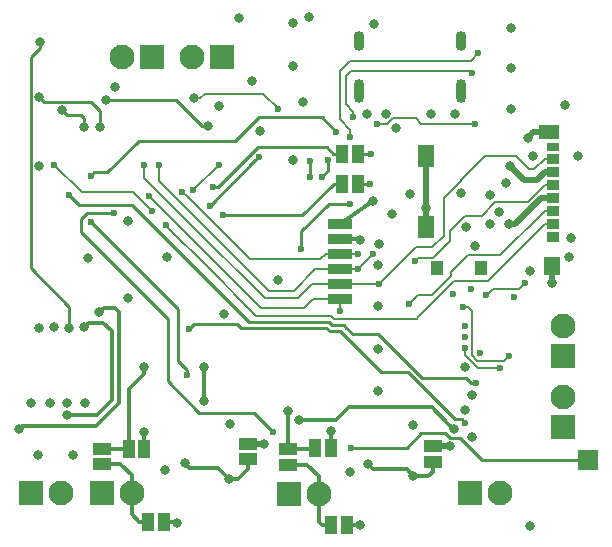
<source format=gbr>
G04 #@! TF.GenerationSoftware,KiCad,Pcbnew,(5.1.5)-2*
G04 #@! TF.CreationDate,2021-05-19T15:06:28+02:00*
G04 #@! TF.ProjectId,Versie2,56657273-6965-4322-9e6b-696361645f70,rev?*
G04 #@! TF.SameCoordinates,Original*
G04 #@! TF.FileFunction,Copper,L4,Bot*
G04 #@! TF.FilePolarity,Positive*
%FSLAX46Y46*%
G04 Gerber Fmt 4.6, Leading zero omitted, Abs format (unit mm)*
G04 Created by KiCad (PCBNEW (5.1.5)-2) date 2021-05-19 15:06:28*
%MOMM*%
%LPD*%
G04 APERTURE LIST*
%ADD10R,2.100000X2.100000*%
%ADD11C,2.100000*%
%ADD12R,1.350000X1.900000*%
%ADD13R,1.000000X1.200000*%
%ADD14R,1.350000X1.550000*%
%ADD15R,1.800000X1.170000*%
%ADD16R,1.100000X0.850000*%
%ADD17R,1.100000X0.750000*%
%ADD18O,0.900000X1.700000*%
%ADD19O,0.900000X2.000000*%
%ADD20R,1.000000X1.500000*%
%ADD21R,2.000000X0.900000*%
%ADD22R,1.700000X1.700000*%
%ADD23R,1.500000X1.000000*%
%ADD24C,0.800000*%
%ADD25C,0.600000*%
%ADD26C,0.300000*%
%ADD27C,0.500000*%
%ADD28C,0.250000*%
%ADD29C,0.200000*%
G04 APERTURE END LIST*
D10*
X83058000Y-53594000D03*
D11*
X80518000Y-53594000D03*
D12*
X100289000Y-61979800D03*
X100289000Y-67949800D03*
D13*
X104964000Y-71449800D03*
X101264000Y-71449800D03*
D14*
X110989000Y-71274800D03*
D15*
X110764000Y-59954800D03*
D16*
X111114000Y-62214800D03*
X111114000Y-63314800D03*
X111114000Y-64414800D03*
X111114000Y-65514800D03*
X111114000Y-66614800D03*
X111114000Y-67714800D03*
D17*
X111114000Y-61164800D03*
D16*
X111114000Y-68814800D03*
D18*
X94613000Y-52243000D03*
X103253000Y-52243000D03*
D19*
X94613000Y-56413000D03*
X103253000Y-56413000D03*
D11*
X74549000Y-53594000D03*
D10*
X77089000Y-53594000D03*
D11*
X75388700Y-90489100D03*
D10*
X72848700Y-90489100D03*
D11*
X69432400Y-90489100D03*
D10*
X66892400Y-90489100D03*
D11*
X111900000Y-82360000D03*
D10*
X111900000Y-84900000D03*
X88711000Y-90539900D03*
D11*
X91251000Y-90539900D03*
X111900000Y-76360000D03*
D10*
X111900000Y-78900000D03*
D20*
X93241100Y-64325500D03*
X94541100Y-64325500D03*
X93238800Y-61747400D03*
X94538800Y-61747400D03*
D21*
X93027500Y-70256400D03*
X93027500Y-71526400D03*
X93027500Y-72796400D03*
X93027500Y-74066400D03*
X93027500Y-68986400D03*
X93027500Y-67716400D03*
D22*
X113995200Y-87731600D03*
D10*
X104014500Y-90476400D03*
D11*
X106554500Y-90476400D03*
D23*
X100941100Y-86539400D03*
X100941100Y-87839400D03*
D20*
X92256600Y-86679100D03*
X90956600Y-86679100D03*
X92313200Y-93206900D03*
X93613200Y-93206900D03*
D23*
X85231200Y-87644300D03*
X85231200Y-86344300D03*
D20*
X76457800Y-86755300D03*
X75157800Y-86755300D03*
X78108800Y-92927500D03*
X76808800Y-92927500D03*
D23*
X88609400Y-86780700D03*
X88609400Y-88080700D03*
X72861400Y-86750700D03*
X72861400Y-88050700D03*
D24*
X84455000Y-50292000D03*
X90424000Y-50228500D03*
X95313500Y-58420000D03*
X102743000Y-58420000D03*
X67437000Y-87312500D03*
X70421500Y-87312500D03*
X66865500Y-82867500D03*
X71437500Y-82867500D03*
X67564000Y-76517500D03*
X78232000Y-88519000D03*
X93916500Y-88709500D03*
X109093000Y-93281500D03*
X99250500Y-84772500D03*
X83693000Y-84645500D03*
X104203500Y-85788500D03*
X104203500Y-82232500D03*
X105727500Y-67754500D03*
X104457500Y-69596000D03*
X109093000Y-71691500D03*
X98933000Y-65151000D03*
X89916000Y-57404000D03*
X89027000Y-62293500D03*
X87820500Y-72453500D03*
X83248500Y-75374500D03*
X107505500Y-51117500D03*
X107505500Y-54546500D03*
X107505500Y-57975500D03*
X113220500Y-61976000D03*
X106489500Y-66722503D03*
X96329500Y-69405500D03*
X97790000Y-59563000D03*
X67564000Y-62801500D03*
X75057000Y-67437000D03*
X78422500Y-70548500D03*
X75057000Y-73977500D03*
X71691500Y-70612000D03*
D25*
X103632000Y-77312624D03*
D24*
X108915200Y-60401200D03*
X100279200Y-66344800D03*
X110998000Y-72694800D03*
X73964800Y-56134000D03*
X107391200Y-62788800D03*
X95808800Y-65735200D03*
X89027000Y-54356000D03*
D25*
X104902000Y-78613000D03*
D24*
X68453000Y-82867500D03*
X69913500Y-82867500D03*
X68834000Y-76454000D03*
X96266000Y-74676000D03*
X96266000Y-71183500D03*
X96266000Y-78295500D03*
X96266000Y-81851500D03*
X86614000Y-86360000D03*
X102362000Y-86550500D03*
X107315000Y-67691000D03*
X112458500Y-70485000D03*
X112585500Y-68897500D03*
X97434400Y-66852800D03*
X94691200Y-69037200D03*
X67614800Y-52273200D03*
X70104000Y-76504800D03*
X103251000Y-65087500D03*
X86296500Y-59817000D03*
X109410500Y-61976000D03*
X112064800Y-57607200D03*
X107124500Y-64262000D03*
X105727500Y-65278000D03*
X82804000Y-57721500D03*
D25*
X83108800Y-66954400D03*
X92049600Y-62331600D03*
X91490800Y-63703200D03*
X80060800Y-80467200D03*
X71932800Y-67513200D03*
X71932800Y-63652400D03*
X92710000Y-59893200D03*
D24*
X67564000Y-56946800D03*
X72694800Y-59486800D03*
X73253600Y-57200800D03*
X81900000Y-59400000D03*
D25*
X94132400Y-58623200D03*
X104241600Y-54965600D03*
D24*
X80645000Y-57086500D03*
D25*
X87820500Y-57975500D03*
X96164400Y-59283600D03*
X104495600Y-59232800D03*
X104749600Y-53238400D03*
X93878400Y-60350400D03*
X86156800Y-62026800D03*
X81991200Y-66192400D03*
X90474800Y-63703200D03*
X90474800Y-62382400D03*
X82245200Y-64617600D03*
D24*
X95900000Y-50800000D03*
X96901000Y-58420000D03*
X100711000Y-58420000D03*
D25*
X89763600Y-69799200D03*
X93878400Y-65989200D03*
X95605600Y-64363600D03*
X95656400Y-61772800D03*
D24*
X103700000Y-68000000D03*
X103632000Y-79819500D03*
X103632000Y-83439000D03*
D25*
X103632000Y-76327000D03*
X102565200Y-73660000D03*
X107755538Y-73891686D03*
X104089200Y-73253600D03*
X108661200Y-72745600D03*
X105407349Y-73758264D03*
X82804000Y-62687200D03*
X78333600Y-67818000D03*
X80619600Y-64871600D03*
X94538800Y-70256400D03*
X98907600Y-74472800D03*
X68834000Y-62687200D03*
X79654400Y-64973200D03*
X77114400Y-66598800D03*
X94538800Y-71526400D03*
X99364800Y-70815200D03*
X95859600Y-70256400D03*
X77724000Y-62687200D03*
X96367600Y-72796400D03*
X76454000Y-62687200D03*
D24*
X69494400Y-58071799D03*
X71374000Y-59486800D03*
X71374000Y-76454000D03*
X69900800Y-83921600D03*
X72644000Y-75184000D03*
X65887600Y-85039200D03*
D25*
X103632000Y-84531200D03*
X80264000Y-76606400D03*
X106578400Y-79908400D03*
X103632000Y-78232000D03*
X103479600Y-74726800D03*
X107340400Y-78892400D03*
X93014800Y-75082400D03*
X76860400Y-65328800D03*
X104546400Y-81178400D03*
X70104000Y-65227200D03*
D24*
X81534000Y-79857600D03*
X81534000Y-82702400D03*
X88595200Y-83515200D03*
X76454000Y-79806800D03*
D25*
X87325200Y-85293200D03*
X93929200Y-86664800D03*
X73914000Y-66751200D03*
D24*
X92252800Y-85242400D03*
X94691200Y-93218000D03*
X76454000Y-85344000D03*
X79197200Y-93014800D03*
X102666800Y-85090000D03*
X89560400Y-84277200D03*
X95440500Y-88074500D03*
X99250500Y-89090500D03*
X79883000Y-87947500D03*
X83629500Y-89281000D03*
X89100000Y-50700000D03*
X85598000Y-55626000D03*
D26*
X100289000Y-67949800D02*
X100350200Y-67949800D01*
D27*
X110989000Y-71274800D02*
X110989000Y-71002000D01*
X110764000Y-59954800D02*
X109361600Y-59954800D01*
X109361600Y-59954800D02*
X108915200Y-60401200D01*
X100289000Y-67949800D02*
X100289000Y-66354600D01*
X100289000Y-66354600D02*
X100279200Y-66344800D01*
X100289000Y-66335000D02*
X100279200Y-66344800D01*
X100289000Y-61979800D02*
X100289000Y-66335000D01*
X110989000Y-71274800D02*
X110989000Y-72685800D01*
X110989000Y-72685800D02*
X110998000Y-72694800D01*
X110428998Y-63314800D02*
X109735798Y-64008000D01*
X111114000Y-63314800D02*
X110428998Y-63314800D01*
X109735798Y-64008000D02*
X108610400Y-64008000D01*
X108610400Y-64008000D02*
X107391200Y-62788800D01*
D26*
X93027500Y-67703700D02*
X93027500Y-67716400D01*
X95808800Y-65735200D02*
X93027500Y-67703700D01*
D27*
X85231200Y-86344300D02*
X86598300Y-86344300D01*
X86598300Y-86344300D02*
X86614000Y-86360000D01*
X100941100Y-86539400D02*
X102350900Y-86539400D01*
X102350900Y-86539400D02*
X102362000Y-86550500D01*
D26*
X93027500Y-68986400D02*
X94640400Y-68986400D01*
X94640400Y-68986400D02*
X94691200Y-69037200D01*
D27*
X107880685Y-67691000D02*
X107315000Y-67691000D01*
X107887800Y-67691000D02*
X107880685Y-67691000D01*
X110064000Y-65514800D02*
X107887800Y-67691000D01*
X111114000Y-65514800D02*
X110064000Y-65514800D01*
D28*
X66838999Y-53614686D02*
X66838999Y-71461799D01*
X67614800Y-52273200D02*
X67614800Y-52838885D01*
X67614800Y-52838885D02*
X66838999Y-53614686D01*
X66838999Y-71461799D02*
X70104000Y-74726800D01*
X70104000Y-74726800D02*
X70104000Y-76504800D01*
X92491100Y-64325500D02*
X89862200Y-66954400D01*
X93241100Y-64325500D02*
X92491100Y-64325500D01*
X89862200Y-66954400D02*
X83108800Y-66954400D01*
X92049600Y-62331600D02*
X92049600Y-63144400D01*
X92049600Y-63144400D02*
X91490800Y-63703200D01*
X80060800Y-80042936D02*
X79349600Y-79331736D01*
X80060800Y-80467200D02*
X80060800Y-80042936D01*
X79349600Y-79331736D02*
X79349600Y-75285600D01*
X79349600Y-75285600D02*
X79349600Y-74930000D01*
X79349600Y-74930000D02*
X71932800Y-67513200D01*
X73350399Y-63352401D02*
X72232799Y-63352401D01*
X72232799Y-63352401D02*
X71932800Y-63652400D01*
X76047600Y-60655200D02*
X73350399Y-63352401D01*
X86156800Y-58623200D02*
X84124800Y-60655200D01*
X84124800Y-60655200D02*
X76047600Y-60655200D01*
X92710000Y-59893200D02*
X91541600Y-58623200D01*
X91541600Y-58623200D02*
X86156800Y-58623200D01*
X67963999Y-57346799D02*
X71926399Y-57346799D01*
X67564000Y-56946800D02*
X67963999Y-57346799D01*
X71926399Y-57346799D02*
X72694800Y-58115200D01*
X72694800Y-58115200D02*
X72694800Y-59486800D01*
X73253600Y-57200800D02*
X73819285Y-57200800D01*
X79135115Y-57200800D02*
X73819285Y-57200800D01*
X81334315Y-59400000D02*
X79135115Y-57200800D01*
X81900000Y-59400000D02*
X81334315Y-59400000D01*
D29*
X94132400Y-58198936D02*
X93522800Y-57589336D01*
X94132400Y-58623200D02*
X94132400Y-58198936D01*
X93522800Y-57589336D02*
X93522800Y-55168800D01*
X93522800Y-55168800D02*
X93929200Y-54762400D01*
X93929200Y-54762400D02*
X104038400Y-54762400D01*
X104038400Y-54762400D02*
X104241600Y-54965600D01*
X80645000Y-57086500D02*
X81210685Y-57086500D01*
X81593186Y-56703999D02*
X86548999Y-56703999D01*
X81210685Y-57086500D02*
X81593186Y-56703999D01*
X86548999Y-56703999D02*
X87757000Y-57912000D01*
X87757000Y-57912000D02*
X87820500Y-57975500D01*
X99466400Y-58775600D02*
X99923600Y-59232800D01*
X99923600Y-59232800D02*
X104495600Y-59232800D01*
X97541398Y-58775600D02*
X99466400Y-58775600D01*
X96164400Y-59283600D02*
X97033398Y-59283600D01*
X97033398Y-59283600D02*
X97541398Y-58775600D01*
X93878400Y-53898800D02*
X104089200Y-53898800D01*
X93014800Y-54762400D02*
X93878400Y-53898800D01*
X93878400Y-60350400D02*
X93878400Y-59722936D01*
X104089200Y-53898800D02*
X104749600Y-53238400D01*
X93014800Y-58859336D02*
X93014800Y-54762400D01*
X93878400Y-59722936D02*
X93014800Y-58859336D01*
D28*
X86156800Y-62026800D02*
X85856801Y-62326799D01*
X85856801Y-62326799D02*
X81991200Y-66192400D01*
X90474800Y-63703200D02*
X90474800Y-62382400D01*
X82669464Y-64617600D02*
X86073064Y-61214000D01*
X82245200Y-64617600D02*
X82669464Y-64617600D01*
X91955400Y-61214000D02*
X92488800Y-61747400D01*
X92488800Y-61747400D02*
X93238800Y-61747400D01*
X86073064Y-61214000D02*
X91955400Y-61214000D01*
X89763600Y-69799200D02*
X89763600Y-68326000D01*
X89763600Y-68326000D02*
X92100400Y-65989200D01*
X92100400Y-65989200D02*
X93878400Y-65989200D01*
X94579200Y-64363600D02*
X94541100Y-64325500D01*
X95605600Y-64363600D02*
X94579200Y-64363600D01*
X94564200Y-61772800D02*
X94538800Y-61747400D01*
X95656400Y-61772800D02*
X94564200Y-61772800D01*
D29*
X105713335Y-73458265D02*
X105968800Y-73202800D01*
X108204000Y-73202800D02*
X108661200Y-72745600D01*
X105968800Y-73202800D02*
X108204000Y-73202800D01*
X105407349Y-73758264D02*
X105707348Y-73458265D01*
X105707348Y-73458265D02*
X105713335Y-73458265D01*
X110364000Y-67714800D02*
X106172000Y-71906800D01*
X111114000Y-67714800D02*
X110364000Y-67714800D01*
X106172000Y-71906800D02*
X105536400Y-72542400D01*
X105536400Y-72542400D02*
X102717600Y-72542400D01*
X102717600Y-72542400D02*
X99669600Y-75590400D01*
X99669600Y-75590400D02*
X99517200Y-75742800D01*
X99517200Y-75742800D02*
X92557600Y-75742800D01*
X92557600Y-75742800D02*
X92303600Y-75488800D01*
X92303600Y-75488800D02*
X85953600Y-75488800D01*
X85953600Y-75488800D02*
X81330800Y-70866000D01*
X81330800Y-70866000D02*
X78994000Y-68529200D01*
X78994000Y-68529200D02*
X78333600Y-67868800D01*
X78333600Y-67868800D02*
X78333600Y-67818000D01*
X82804000Y-62687200D02*
X80619600Y-64871600D01*
X93027500Y-70256400D02*
X94538800Y-70256400D01*
X110364000Y-66614800D02*
X106620800Y-70358000D01*
X111114000Y-66614800D02*
X110364000Y-66614800D01*
X106620800Y-70358000D02*
X103886000Y-70358000D01*
X103886000Y-70358000D02*
X102463600Y-71780400D01*
X102463600Y-71780400D02*
X102463600Y-72085200D01*
X102463600Y-72085200D02*
X100838000Y-73710800D01*
X100838000Y-73710800D02*
X99669600Y-73710800D01*
X99669600Y-73710800D02*
X98907600Y-74472800D01*
X91827500Y-70256400D02*
X91370300Y-70713600D01*
X93027500Y-70256400D02*
X91827500Y-70256400D01*
X91370300Y-70713600D02*
X85394800Y-70713600D01*
X85394800Y-70713600D02*
X82245200Y-67564000D01*
X75539600Y-65024000D02*
X71170800Y-65024000D01*
X71170800Y-65024000D02*
X68834000Y-62687200D01*
X82245200Y-67564000D02*
X80060800Y-65379600D01*
X80060800Y-65379600D02*
X79654400Y-64973200D01*
X76860400Y-66344800D02*
X75539600Y-65024000D01*
X76860400Y-66344800D02*
X77114400Y-66598800D01*
X94538800Y-71526400D02*
X93027500Y-71526400D01*
X110364000Y-64414800D02*
X108942000Y-65836800D01*
X111114000Y-64414800D02*
X110364000Y-64414800D01*
X106204702Y-65836800D02*
X105036302Y-67005200D01*
X108942000Y-65836800D02*
X106204702Y-65836800D01*
X103658798Y-67005200D02*
X102362000Y-68301998D01*
X105036302Y-67005200D02*
X103658798Y-67005200D01*
X102362000Y-68301998D02*
X102362000Y-69138800D01*
X99630201Y-70549799D02*
X99364800Y-70815200D01*
X102362000Y-69138800D02*
X100951001Y-70549799D01*
X100951001Y-70549799D02*
X99630201Y-70549799D01*
X95808800Y-70256400D02*
X94538800Y-71526400D01*
X95859600Y-70256400D02*
X95808800Y-70256400D01*
X93027500Y-71526400D02*
X91827500Y-71526400D01*
X91827500Y-71526400D02*
X90932000Y-71526400D01*
X90932000Y-71526400D02*
X89103200Y-73355200D01*
X89103200Y-73355200D02*
X87122000Y-73355200D01*
X87122000Y-73355200D02*
X87020400Y-73355200D01*
X87020400Y-73355200D02*
X77724000Y-64058800D01*
X77724000Y-64058800D02*
X77724000Y-62687200D01*
X93027500Y-72796400D02*
X96367600Y-72796400D01*
X100838000Y-69697600D02*
X99466400Y-69697600D01*
X101803200Y-68732400D02*
X100838000Y-69697600D01*
X99466400Y-69697600D02*
X96367600Y-72796400D01*
X111114000Y-62214800D02*
X110364000Y-62214800D01*
X110364000Y-62214800D02*
X109485200Y-63093600D01*
X104208898Y-63093600D02*
X101803200Y-65499298D01*
X109485200Y-63093600D02*
X109016800Y-63093600D01*
X109016800Y-63093600D02*
X107899200Y-61976000D01*
X101821298Y-65481200D02*
X101803200Y-65481200D01*
X105326498Y-61976000D02*
X101821298Y-65481200D01*
X101803200Y-65499298D02*
X101803200Y-65481200D01*
X107899200Y-61976000D02*
X105326498Y-61976000D01*
X101803200Y-65481200D02*
X101803200Y-68732400D01*
X93027500Y-72796400D02*
X91827500Y-72796400D01*
X91827500Y-72796400D02*
X90678000Y-72796400D01*
X90678000Y-72796400D02*
X89458800Y-74015600D01*
X89458800Y-74015600D02*
X86664800Y-74015600D01*
X86664800Y-74015600D02*
X80670400Y-68021200D01*
X80670400Y-68021200D02*
X76454000Y-63804800D01*
X76454000Y-63804800D02*
X76454000Y-62687200D01*
D28*
X69894399Y-58471798D02*
X71070198Y-58471798D01*
X69494400Y-58071799D02*
X69894399Y-58471798D01*
X71070198Y-58471798D02*
X71374000Y-58775600D01*
X71374000Y-58775600D02*
X71374000Y-59486800D01*
D26*
X75388700Y-91974024D02*
X75388700Y-90489100D01*
X75388700Y-92307400D02*
X75388700Y-91974024D01*
X76008800Y-92927500D02*
X75388700Y-92307400D01*
X76808800Y-92927500D02*
X76008800Y-92927500D01*
X75388700Y-89004176D02*
X75388700Y-90489100D01*
X74435224Y-88050700D02*
X75388700Y-89004176D01*
X72861400Y-88050700D02*
X74435224Y-88050700D01*
X71773999Y-76054001D02*
X72955201Y-76054001D01*
X71374000Y-76454000D02*
X71773999Y-76054001D01*
X72955201Y-76054001D02*
X73710800Y-76809600D01*
X73710800Y-76809600D02*
X73710800Y-82651600D01*
X73710800Y-82651600D02*
X72440800Y-83921600D01*
X72440800Y-83921600D02*
X69900800Y-83921600D01*
X73043999Y-74784001D02*
X73971201Y-74784001D01*
X72644000Y-75184000D02*
X73043999Y-74784001D01*
X73971201Y-74784001D02*
X74320400Y-75133200D01*
X74320400Y-75133200D02*
X74320400Y-82854800D01*
X74320400Y-82854800D02*
X72390000Y-84785200D01*
X72390000Y-84785200D02*
X66141600Y-84785200D01*
X66141600Y-84785200D02*
X65887600Y-85039200D01*
X91513200Y-93206900D02*
X92313200Y-93206900D01*
X91251000Y-92944700D02*
X91513200Y-93206900D01*
X91251000Y-90539900D02*
X91251000Y-92944700D01*
X91251000Y-89054976D02*
X91251000Y-90539900D01*
X90276724Y-88080700D02*
X91251000Y-89054976D01*
X88609400Y-88080700D02*
X90276724Y-88080700D01*
D28*
X103332001Y-84231201D02*
X102773201Y-84231201D01*
X103632000Y-84531200D02*
X103332001Y-84231201D01*
X102773201Y-84231201D02*
X98806000Y-80264000D01*
X80670400Y-76200000D02*
X80264000Y-76606400D01*
X80670400Y-76200000D02*
X84328000Y-76200000D01*
X84328000Y-76200000D02*
X84632800Y-76504800D01*
X84632800Y-76504800D02*
X91846400Y-76504800D01*
X91846400Y-76504800D02*
X92151200Y-76809600D01*
X92151200Y-76809600D02*
X93065600Y-76809600D01*
X96520000Y-80264000D02*
X98806000Y-80264000D01*
X93065600Y-76809600D02*
X96520000Y-80264000D01*
D29*
X103632000Y-78797699D02*
X103632000Y-78232000D01*
X106578400Y-79908400D02*
X104742701Y-79908400D01*
X104742701Y-79908400D02*
X103632000Y-78797699D01*
X103903864Y-74726800D02*
X104241600Y-75064536D01*
X103479600Y-74726800D02*
X103903864Y-74726800D01*
X104241600Y-75064536D02*
X104241600Y-78841600D01*
X106956299Y-79276501D02*
X107340400Y-78892400D01*
X104241600Y-78841600D02*
X104676501Y-79276501D01*
X104676501Y-79276501D02*
X106956299Y-79276501D01*
X93027500Y-74066400D02*
X93027500Y-75069700D01*
X93027500Y-75069700D02*
X93014800Y-75082400D01*
X93027500Y-74066400D02*
X91827500Y-74066400D01*
X91827500Y-74066400D02*
X90728800Y-74066400D01*
X90728800Y-74066400D02*
X89966800Y-74828400D01*
X89966800Y-74828400D02*
X86360000Y-74828400D01*
X86360000Y-74828400D02*
X78994000Y-67462400D01*
X78994000Y-67462400D02*
X77571600Y-66040000D01*
X77571600Y-66040000D02*
X76860400Y-65328800D01*
D28*
X104122136Y-81178400D02*
X103715736Y-80772000D01*
X104546400Y-81178400D02*
X104122136Y-81178400D01*
X99950410Y-80772000D02*
X96242010Y-77063600D01*
X103715736Y-80772000D02*
X99950410Y-80772000D01*
X96242010Y-77063600D02*
X94132400Y-77063600D01*
X94132400Y-77063600D02*
X93573600Y-76504800D01*
X93573600Y-76504800D02*
X93370400Y-76301600D01*
X93370400Y-76301600D02*
X93319600Y-76250800D01*
X93319600Y-76250800D02*
X92354400Y-76250800D01*
X92354400Y-76250800D02*
X92100400Y-75996800D01*
X92100400Y-75996800D02*
X85344000Y-75996800D01*
X85344000Y-75996800D02*
X79170699Y-69823499D01*
X79170699Y-69823499D02*
X75438000Y-66090800D01*
X75438000Y-66090800D02*
X70967600Y-66090800D01*
X70967600Y-66090800D02*
X70104000Y-65227200D01*
D26*
X90855000Y-86780700D02*
X90956600Y-86679100D01*
X88609400Y-86780700D02*
X90855000Y-86780700D01*
X81534000Y-79857600D02*
X81534000Y-82702400D01*
X88595200Y-86766500D02*
X88609400Y-86780700D01*
X88595200Y-83515200D02*
X88595200Y-86766500D01*
X75153200Y-86750700D02*
X75157800Y-86755300D01*
X72861400Y-86750700D02*
X75153200Y-86750700D01*
X75157800Y-85705300D02*
X75157800Y-86755300D01*
X75157800Y-81668685D02*
X75157800Y-85705300D01*
X76454000Y-80372485D02*
X75157800Y-81668685D01*
X76454000Y-79806800D02*
X76454000Y-80372485D01*
D28*
X112895200Y-87731600D02*
X110744000Y-87731600D01*
X93929200Y-86664800D02*
X98704400Y-86664800D01*
X98704400Y-86664800D02*
X99923600Y-85445600D01*
X112895200Y-87731600D02*
X113995200Y-87731600D01*
X105073598Y-87731600D02*
X112895200Y-87731600D01*
X103167497Y-85825499D02*
X105073598Y-87731600D01*
X102329297Y-85825499D02*
X103167497Y-85825499D01*
X101949398Y-85445600D02*
X102329297Y-85825499D01*
X99923600Y-85445600D02*
X101949398Y-85445600D01*
X71628000Y-66751200D02*
X73914000Y-66751200D01*
X71069200Y-67310000D02*
X71628000Y-66751200D01*
X78435200Y-75742800D02*
X71069200Y-68376800D01*
X78435200Y-81026000D02*
X78435200Y-75742800D01*
X81127600Y-83718400D02*
X78435200Y-81026000D01*
X87325200Y-85293200D02*
X85750400Y-83718400D01*
X71069200Y-68376800D02*
X71069200Y-67310000D01*
X85750400Y-83718400D02*
X81127600Y-83718400D01*
D26*
X92256600Y-86679100D02*
X92256600Y-85246200D01*
X92256600Y-85246200D02*
X92252800Y-85242400D01*
X93613200Y-93206900D02*
X94680100Y-93206900D01*
X94680100Y-93206900D02*
X94691200Y-93218000D01*
X76457800Y-86755300D02*
X76457800Y-85347800D01*
X76457800Y-85347800D02*
X76454000Y-85344000D01*
X78108800Y-92927500D02*
X79109900Y-92927500D01*
X79109900Y-92927500D02*
X79197200Y-93014800D01*
X102666800Y-85090000D02*
X102266801Y-84690001D01*
X102266801Y-84690001D02*
X100787200Y-83210400D01*
X100787200Y-83210400D02*
X93776800Y-83210400D01*
X93776800Y-83210400D02*
X92710000Y-84277200D01*
X92710000Y-84277200D02*
X89560400Y-84277200D01*
X95840499Y-88474499D02*
X98697999Y-88474499D01*
X95440500Y-88074500D02*
X95840499Y-88474499D01*
X98697999Y-88474499D02*
X99250500Y-89027000D01*
X99250500Y-89027000D02*
X99250500Y-89090500D01*
X99250500Y-89090500D02*
X100520500Y-89090500D01*
X100941100Y-88669900D02*
X100941100Y-87839400D01*
X100520500Y-89090500D02*
X100941100Y-88669900D01*
X80282999Y-88347499D02*
X82695999Y-88347499D01*
X79883000Y-87947500D02*
X80282999Y-88347499D01*
X82695999Y-88347499D02*
X83629500Y-89281000D01*
X85231200Y-88444300D02*
X84394500Y-89281000D01*
X85231200Y-87644300D02*
X85231200Y-88444300D01*
X84394500Y-89281000D02*
X83629500Y-89281000D01*
M02*

</source>
